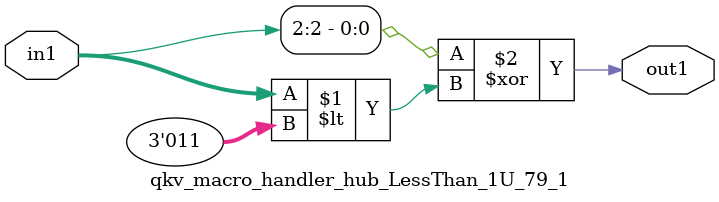
<source format=v>

`timescale 1ps / 1ps


module qkv_macro_handler_hub_LessThan_1U_79_1( in1, out1 );

    input [2:0] in1;
    output out1;

    
    // rtl_process:qkv_macro_handler_hub_LessThan_1U_79_1/qkv_macro_handler_hub_LessThan_1U_79_1_thread_1
    assign out1 = (in1[2] ^ in1 < 3'd3);

endmodule


</source>
